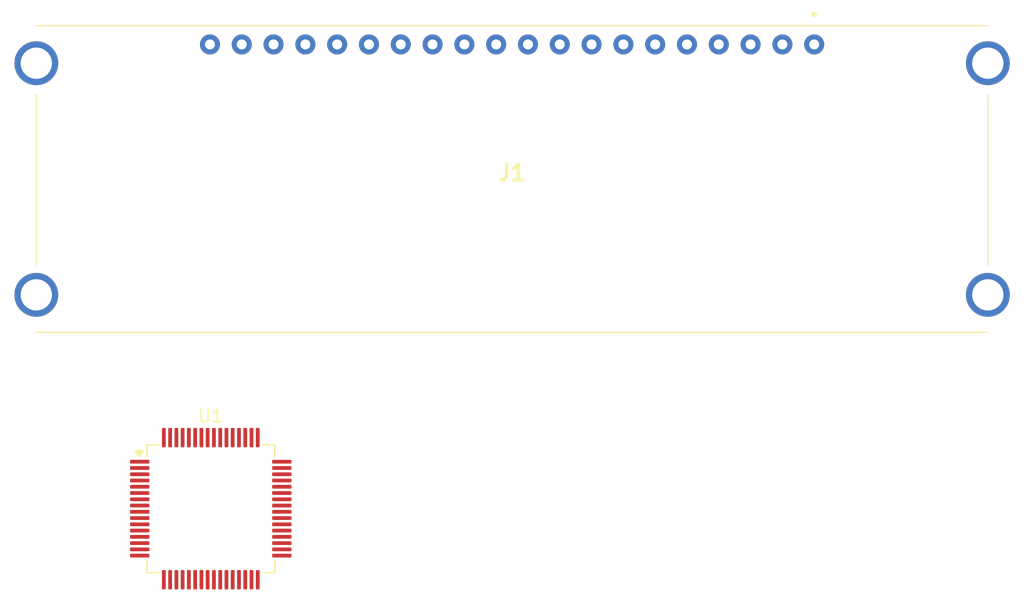
<source format=kicad_pcb>
(kicad_pcb (version 20240108) (generator "pcbnew") (generator_version "8.0")
  (layers (0 "F.Cu" signal) (31 "B.Cu" signal) (34 "B.Paste" user) (35 "F.Paste" user) (36 "B.SilkS" user "B.Silkscreen") (37 "F.SilkS" user "F.Silkscreen") (38 "B.Mask" user) (39 "F.Mask" user) (44 "Edge.Cuts" user))
  (net 0 "")
  (net 13 "+3V3")
  (net 17 "GND")
  (footprint "Package_QFP:LQFP-64_10x10mm_P0.5mm" (layer "F.Cu") (at 142.153 110.55)
    (property "Reference" "U1" (at 0 -7.4 0) (layer "F.SilkS"))
    (property "Value" "STM32F103RETx")
    (fp_line (start -5.11 -5.11) (end -5.11 -4.16) (stroke (width 0.12)) (layer "F.SilkS"))
    (fp_line (start -5.11 5.11) (end -5.11 4.16) (stroke (width 0.12)) (layer "F.SilkS"))
    (fp_line (start -4.16 -5.11) (end -5.11 -5.11) (stroke (width 0.12)) (layer "F.SilkS"))
    (fp_line (start -4.16 5.11) (end -5.11 5.11) (stroke (width 0.12)) (layer "F.SilkS"))
    (fp_line (start 4.16 -5.11) (end 5.11 -5.11) (stroke (width 0.12)) (layer "F.SilkS"))
    (fp_line (start 4.16 5.11) (end 5.11 5.11) (stroke (width 0.12)) (layer "F.SilkS"))
    (fp_line (start 5.11 -5.11) (end 5.11 -4.16) (stroke (width 0.12)) (layer "F.SilkS"))
    (fp_line (start 5.11 5.11) (end 5.11 4.16) (stroke (width 0.12)) (layer "F.SilkS"))
    (fp_poly (pts (xy -5.725 -4.16) (xy -6.065 -4.63) (xy -5.385 -4.63) (xy -5.725 -4.16)) (stroke (width 0.12)) (fill solid) (layer "F.SilkS"))
    (pad "1" smd roundrect (at -5.675 -3.75) (size 1.55 0.3) (layers "F.Cu" "F.Paste" "F.Mask") (net 13 "+3V3"))
    (pad "2" smd roundrect (at -5.675 -3.25) (size 1.55 0.3) (layers "F.Cu" "F.Paste" "F.Mask"))
    (pad "3" smd roundrect (at -5.675 -2.75) (size 1.55 0.3) (layers "F.Cu" "F.Paste" "F.Mask"))
    (pad "4" smd roundrect (at -5.675 -2.25) (size 1.55 0.3) (layers "F.Cu" "F.Paste" "F.Mask"))
    (pad "5" smd roundrect (at -5.675 -1.75) (size 1.55 0.3) (layers "F.Cu" "F.Paste" "F.Mask"))
    (pad "6" smd roundrect (at -5.675 -1.25) (size 1.55 0.3) (layers "F.Cu" "F.Paste" "F.Mask"))
    (pad "7" smd roundrect (at -5.675 -0.75) (size 1.55 0.3) (layers "F.Cu" "F.Paste" "F.Mask"))
    (pad "8" smd roundrect (at -5.675 -0.25) (size 1.55 0.3) (layers "F.Cu" "F.Paste" "F.Mask"))
    (pad "9" smd roundrect (at -5.675 0.25) (size 1.55 0.3) (layers "F.Cu" "F.Paste" "F.Mask"))
    (pad "10" smd roundrect (at -5.675 0.75) (size 1.55 0.3) (layers "F.Cu" "F.Paste" "F.Mask"))
    (pad "11" smd roundrect (at -5.675 1.25) (size 1.55 0.3) (layers "F.Cu" "F.Paste" "F.Mask"))
    (pad "12" smd roundrect (at -5.675 1.75) (size 1.55 0.3) (layers "F.Cu" "F.Paste" "F.Mask") (net 17 "GND"))
    (pad "13" smd roundrect (at -5.675 2.25) (size 1.55 0.3) (layers "F.Cu" "F.Paste" "F.Mask"))
    (pad "14" smd roundrect (at -5.675 2.75) (size 1.55 0.3) (layers "F.Cu" "F.Paste" "F.Mask"))
    (pad "15" smd roundrect (at -5.675 3.25) (size 1.55 0.3) (layers "F.Cu" "F.Paste" "F.Mask"))
    (pad "16" smd roundrect (at -5.675 3.75) (size 1.55 0.3) (layers "F.Cu" "F.Paste" "F.Mask"))
    (pad "17" smd roundrect (at -3.75 5.675) (size 0.3 1.55) (layers "F.Cu" "F.Paste" "F.Mask"))
    (pad "18" smd roundrect (at -3.25 5.675) (size 0.3 1.55) (layers "F.Cu" "F.Paste" "F.Mask") (net 17 "GND"))
    (pad "19" smd roundrect (at -2.75 5.675) (size 0.3 1.55) (layers "F.Cu" "F.Paste" "F.Mask") (net 13 "+3V3"))
    (pad "20" smd roundrect (at -2.25 5.675) (size 0.3 1.55) (layers "F.Cu" "F.Paste" "F.Mask"))
    (pad "21" smd roundrect (at -1.75 5.675) (size 0.3 1.55) (layers "F.Cu" "F.Paste" "F.Mask"))
    (pad "22" smd roundrect (at -1.25 5.675) (size 0.3 1.55) (layers "F.Cu" "F.Paste" "F.Mask"))
    (pad "23" smd roundrect (at -0.75 5.675) (size 0.3 1.55) (layers "F.Cu" "F.Paste" "F.Mask"))
    (pad "24" smd roundrect (at -0.25 5.675) (size 0.3 1.55) (layers "F.Cu" "F.Paste" "F.Mask"))
    (pad "25" smd roundrect (at 0.25 5.675) (size 0.3 1.55) (layers "F.Cu" "F.Paste" "F.Mask"))
    (pad "26" smd roundrect (at 0.75 5.675) (size 0.3 1.55) (layers "F.Cu" "F.Paste" "F.Mask"))
    (pad "27" smd roundrect (at 1.25 5.675) (size 0.3 1.55) (layers "F.Cu" "F.Paste" "F.Mask"))
    (pad "28" smd roundrect (at 1.75 5.675) (size 0.3 1.55) (layers "F.Cu" "F.Paste" "F.Mask"))
    (pad "29" smd roundrect (at 2.25 5.675) (size 0.3 1.55) (layers "F.Cu" "F.Paste" "F.Mask"))
    (pad "30" smd roundrect (at 2.75 5.675) (size 0.3 1.55) (layers "F.Cu" "F.Paste" "F.Mask"))
    (pad "31" smd roundrect (at 3.25 5.675) (size 0.3 1.55) (layers "F.Cu" "F.Paste" "F.Mask") (net 17 "GND"))
    (pad "32" smd roundrect (at 3.75 5.675) (size 0.3 1.55) (layers "F.Cu" "F.Paste" "F.Mask") (net 13 "+3V3"))
    (pad "33" smd roundrect (at 5.675 3.75) (size 1.55 0.3) (layers "F.Cu" "F.Paste" "F.Mask"))
    (pad "34" smd roundrect (at 5.675 3.25) (size 1.55 0.3) (layers "F.Cu" "F.Paste" "F.Mask"))
    (pad "35" smd roundrect (at 5.675 2.75) (size 1.55 0.3) (layers "F.Cu" "F.Paste" "F.Mask"))
    (pad "36" smd roundrect (at 5.675 2.25) (size 1.55 0.3) (layers "F.Cu" "F.Paste" "F.Mask"))
    (pad "37" smd roundrect (at 5.675 1.75) (size 1.55 0.3) (layers "F.Cu" "F.Paste" "F.Mask"))
    (pad "38" smd roundrect (at 5.675 1.25) (size 1.55 0.3) (layers "F.Cu" "F.Paste" "F.Mask"))
    (pad "39" smd roundrect (at 5.675 0.75) (size 1.55 0.3) (layers "F.Cu" "F.Paste" "F.Mask"))
    (pad "40" smd roundrect (at 5.675 0.25) (size 1.55 0.3) (layers "F.Cu" "F.Paste" "F.Mask"))
    (pad "41" smd roundrect (at 5.675 -0.25) (size 1.55 0.3) (layers "F.Cu" "F.Paste" "F.Mask"))
    (pad "42" smd roundrect (at 5.675 -0.75) (size 1.55 0.3) (layers "F.Cu" "F.Paste" "F.Mask"))
    (pad "43" smd roundrect (at 5.675 -1.25) (size 1.55 0.3) (layers "F.Cu" "F.Paste" "F.Mask"))
    (pad "44" smd roundrect (at 5.675 -1.75) (size 1.55 0.3) (layers "F.Cu" "F.Paste" "F.Mask"))
    (pad "45" smd roundrect (at 5.675 -2.25) (size 1.55 0.3) (layers "F.Cu" "F.Paste" "F.Mask"))
    (pad "46" smd roundrect (at 5.675 -2.75) (size 1.55 0.3) (layers "F.Cu" "F.Paste" "F.Mask"))
    (pad "47" smd roundrect (at 5.675 -3.25) (size 1.55 0.3) (layers "F.Cu" "F.Paste" "F.Mask") (net 17 "GND"))
    (pad "48" smd roundrect (at 5.675 -3.75) (size 1.55 0.3) (layers "F.Cu" "F.Paste" "F.Mask") (net 13 "+3V3"))
    (pad "49" smd roundrect (at 3.75 -5.675) (size 0.3 1.55) (layers "F.Cu" "F.Paste" "F.Mask"))
    (pad "50" smd roundrect (at 3.25 -5.675) (size 0.3 1.55) (layers "F.Cu" "F.Paste" "F.Mask"))
    (pad "51" smd roundrect (at 2.75 -5.675) (size 0.3 1.55) (layers "F.Cu" "F.Paste" "F.Mask"))
    (pad "52" smd roundrect (at 2.25 -5.675) (size 0.3 1.55) (layers "F.Cu" "F.Paste" "F.Mask"))
    (pad "53" smd roundrect (at 1.75 -5.675) (size 0.3 1.55) (layers "F.Cu" "F.Paste" "F.Mask"))
    (pad "54" smd roundrect (at 1.25 -5.675) (size 0.3 1.55) (layers "F.Cu" "F.Paste" "F.Mask"))
    (pad "55" smd roundrect (at 0.75 -5.675) (size 0.3 1.55) (layers "F.Cu" "F.Paste" "F.Mask"))
    (pad "56" smd roundrect (at 0.25 -5.675) (size 0.3 1.55) (layers "F.Cu" "F.Paste" "F.Mask"))
    (pad "57" smd roundrect (at -0.25 -5.675) (size 0.3 1.55) (layers "F.Cu" "F.Paste" "F.Mask"))
    (pad "58" smd roundrect (at -0.75 -5.675) (size 0.3 1.55) (layers "F.Cu" "F.Paste" "F.Mask"))
    (pad "59" smd roundrect (at -1.25 -5.675) (size 0.3 1.55) (layers "F.Cu" "F.Paste" "F.Mask"))
    (pad "60" smd roundrect (at -1.75 -5.675) (size 0.3 1.55) (layers "F.Cu" "F.Paste" "F.Mask"))
    (pad "61" smd roundrect (at -2.25 -5.675) (size 0.3 1.55) (layers "F.Cu" "F.Paste" "F.Mask"))
    (pad "62" smd roundrect (at -2.75 -5.675) (size 0.3 1.55) (layers "F.Cu" "F.Paste" "F.Mask"))
    (pad "63" smd roundrect (at -3.25 -5.675) (size 0.3 1.55) (layers "F.Cu" "F.Paste" "F.Mask") (net 17 "GND"))
    (pad "64" smd roundrect (at -3.75 -5.675) (size 0.3 1.55) (layers "F.Cu" "F.Paste" "F.Mask") (net 13 "+3V3"))
  )
  (footprint "NHD0216CWAB3:NHD0216CWAB3" (layer "F.Cu") (at 128.216 84.222)
    (property "Reference" "J1" (at 38 -0.5 0) (layer "F.SilkS") (effects (font (size 1.27 1.27) (thickness 0.254))))
    (property "Value" "NHD-0216CW-AB3" (hide yes))
    (fp_line (start 0 -12.25) (end 76 -12.25) (stroke (width 0.1)) (layer "F.SilkS"))
    (fp_line (start 0 -6.75) (end 0 6.85) (stroke (width 0.1)) (layer "F.SilkS"))
    (fp_line (start 0 12.25) (end 76 12.25) (stroke (width 0.1)) (layer "F.SilkS"))
    (fp_line (start 62.13 -13.25) (end 62.13 -13.25) (stroke (width 0.2)) (layer "F.SilkS"))
    (fp_line (start 62.13 -13.05) (end 62.13 -13.05) (stroke (width 0.2)) (layer "F.SilkS"))
    (fp_line (start 76 -6.75) (end 76 6.85) (stroke (width 0.1)) (layer "F.SilkS"))
    (fp_arc (start 62.13 -13.25) (mid 62.23 -13.15) (end 62.13 -13.05) (stroke (width 0.2)) (layer "F.SilkS"))
    (fp_arc (start 62.13 -13.05) (mid 62.03 -13.15) (end 62.13 -13.25) (stroke (width 0.2)) (layer "F.SilkS"))
    (pad "1" thru_hole circle (at 62.13 -10.75) (size 1.6 1.6) (drill 0.8) (layers "*.Cu" "*.Mask"))
    (pad "2" thru_hole circle (at 59.59 -10.75) (size 1.6 1.6) (drill 0.8) (layers "*.Cu" "*.Mask"))
    (pad "3" thru_hole circle (at 57.05 -10.75) (size 1.6 1.6) (drill 0.8) (layers "*.Cu" "*.Mask"))
    (pad "4" thru_hole circle (at 54.51 -10.75) (size 1.6 1.6) (drill 0.8) (layers "*.Cu" "*.Mask"))
    (pad "5" thru_hole circle (at 51.97 -10.75) (size 1.6 1.6) (drill 0.8) (layers "*.Cu" "*.Mask"))
    (pad "6" thru_hole circle (at 49.43 -10.75) (size 1.6 1.6) (drill 0.8) (layers "*.Cu" "*.Mask"))
    (pad "7" thru_hole circle (at 46.89 -10.75) (size 1.6 1.6) (drill 0.8) (layers "*.Cu" "*.Mask"))
    (pad "8" thru_hole circle (at 44.35 -10.75) (size 1.6 1.6) (drill 0.8) (layers "*.Cu" "*.Mask"))
    (pad "9" thru_hole circle (at 41.81 -10.75) (size 1.6 1.6) (drill 0.8) (layers "*.Cu" "*.Mask"))
    (pad "10" thru_hole circle (at 39.27 -10.75) (size 1.6 1.6) (drill 0.8) (layers "*.Cu" "*.Mask"))
    (pad "11" thru_hole circle (at 36.73 -10.75) (size 1.6 1.6) (drill 0.8) (layers "*.Cu" "*.Mask"))
    (pad "12" thru_hole circle (at 34.19 -10.75) (size 1.6 1.6) (drill 0.8) (layers "*.Cu" "*.Mask"))
    (pad "13" thru_hole circle (at 31.65 -10.75) (size 1.6 1.6) (drill 0.8) (layers "*.Cu" "*.Mask"))
    (pad "14" thru_hole circle (at 29.11 -10.75) (size 1.6 1.6) (drill 0.8) (layers "*.Cu" "*.Mask"))
    (pad "15" thru_hole circle (at 26.57 -10.75) (size 1.6 1.6) (drill 0.8) (layers "*.Cu" "*.Mask"))
    (pad "16" thru_hole circle (at 24.03 -10.75) (size 1.6 1.6) (drill 0.8) (layers "*.Cu" "*.Mask"))
    (pad "17" thru_hole circle (at 21.49 -10.75) (size 1.6 1.6) (drill 0.8) (layers "*.Cu" "*.Mask"))
    (pad "18" thru_hole circle (at 18.95 -10.75) (size 1.6 1.6) (drill 0.8) (layers "*.Cu" "*.Mask"))
    (pad "19" thru_hole circle (at 16.41 -10.75) (size 1.6 1.6) (drill 0.8) (layers "*.Cu" "*.Mask"))
    (pad "20" thru_hole circle (at 13.87 -10.75) (size 1.6 1.6) (drill 0.8) (layers "*.Cu" "*.Mask"))
    (pad "MH1" thru_hole circle (at 0 -9.25) (size 3.5 3.5) (drill 2.5) (layers "*.Cu" "*.Mask"))
    (pad "MH2" thru_hole circle (at 0 9.25) (size 3.5 3.5) (drill 2.5) (layers "*.Cu" "*.Mask"))
    (pad "MH3" thru_hole circle (at 76 9.25) (size 3.5 3.5) (drill 2.5) (layers "*.Cu" "*.Mask"))
    (pad "MH4" thru_hole circle (at 76 -9.25) (size 3.5 3.5) (drill 2.5) (layers "*.Cu" "*.Mask"))
  )
)
</source>
